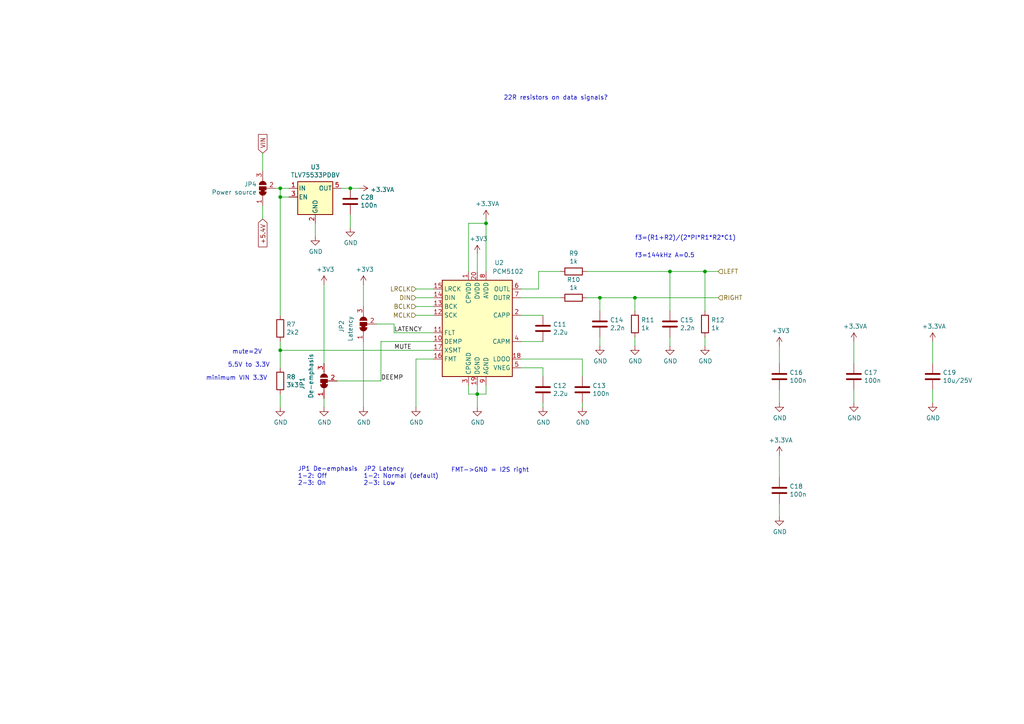
<source format=kicad_sch>
(kicad_sch (version 20211123) (generator eeschema)
  (paper "A4")
  (lib_symbols
    (symbol "Audio:PCM5102"
      (property "Reference" "U" (at -10.16 13.97 0))
      (property "Value" "PCM5102" (at 3.81 13.97 0))
      (symbol "PCM5102_0_1"
        (rectangle (start -10.16 12.7) (end 10.16 -15.24) (stroke (width 0.254)) (fill (type background)))
      )
      (symbol "PCM5102_1_1"
        (pin passive line (at -2.54 15.24 270) (length 2.54) (name "CPVDD") (number "1"))
        (pin input line (at -12.7 -5.08 0) (length 2.54) (name "DEMP") (number "10"))
        (pin input line (at -12.7 -2.54 0) (length 2.54) (name "FLT") (number "11"))
        (pin input line (at -12.7 2.54 0) (length 2.54) (name "SCK") (number "12"))
        (pin input line (at -12.7 5.08 0) (length 2.54) (name "BCK") (number "13"))
        (pin input line (at -12.7 7.62 0) (length 2.54) (name "DIN") (number "14"))
        (pin input line (at -12.7 10.16 0) (length 2.54) (name "LRCK") (number "15"))
        (pin input line (at -12.7 -10.16 0) (length 2.54) (name "FMT") (number "16"))
        (pin input line (at -12.7 -7.62 0) (length 2.54) (name "XSMT") (number "17"))
        (pin passive line (at 12.7 -10.16 180) (length 2.54) (name "LDOO") (number "18"))
        (pin power_in line (at 0 -17.78 90) (length 2.54) (name "DGND") (number "19"))
        (pin passive line (at 12.7 2.54 180) (length 2.54) (name "CAPP") (number "2"))
        (pin power_in line (at 0 15.24 270) (length 2.54) (name "DVDD") (number "20"))
        (pin power_in line (at -2.54 -17.78 90) (length 2.54) (name "CPGND") (number "3"))
        (pin passive line (at 12.7 -5.08 180) (length 2.54) (name "CAPM") (number "4"))
        (pin passive line (at 12.7 -12.7 180) (length 2.54) (name "VNEG") (number "5"))
        (pin output line (at 12.7 10.16 180) (length 2.54) (name "OUTL") (number "6"))
        (pin output line (at 12.7 7.62 180) (length 2.54) (name "OUTR") (number "7"))
        (pin power_in line (at 2.54 15.24 270) (length 2.54) (name "AVDD") (number "8"))
        (pin power_in line (at 2.54 -17.78 90) (length 2.54) (name "AGND") (number "9"))
      )
    )
    (symbol "Device:C" (pin_numbers hide) (pin_names (offset 0.254))
      (property "Reference" "C" (at 0.635 2.54 0))
      (property "Value" "C" (at 0.635 -2.54 0))
      (symbol "C_0_1"
        (polyline (pts (xy -2.032 -0.762) (xy 2.032 -0.762)) (stroke (width 0.508)))
        (polyline (pts (xy -2.032 0.762) (xy 2.032 0.762)) (stroke (width 0.508)))
      )
      (symbol "C_1_1"
        (pin passive line (at 0 3.81 270) (length 2.794) (name "~") (number "1"))
        (pin passive line (at 0 -3.81 90) (length 2.794) (name "~") (number "2"))
      )
    )
    (symbol "Device:R" (pin_numbers hide) (pin_names (offset 0))
      (property "Reference" "R" (at 2.032 0 90))
      (property "Value" "R" (at 0 0 90))
      (symbol "R_0_1"
        (rectangle (start -1.016 -2.54) (end 1.016 2.54) (stroke (width 0.254)))
      )
      (symbol "R_1_1"
        (pin passive line (at 0 3.81 270) (length 1.27) (name "~") (number "1"))
        (pin passive line (at 0 -3.81 90) (length 1.27) (name "~") (number "2"))
      )
    )
    (symbol "Jumper:SolderJumper_3_Bridged12" (pin_names (offset 0) hide)
      (property "Reference" "JP" (at -2.54 -2.54 0))
      (property "Value" "SolderJumper_3_Bridged12" (at 0 2.794 0))
      (symbol "SolderJumper_3_Bridged12_0_1"
        (rectangle (start -1.016 0.508) (end -0.508 -0.508) (fill (type outline)))
        (arc (start -1.016 1.016) (mid -2.032 0) (end -1.016 -1.016))
        (arc (start -1.016 1.016) (mid -2.032 0) (end -1.016 -1.016) (fill (type outline)))
        (rectangle (start -0.508 1.016) (end 0.508 -1.016) (fill (type outline)))
        (polyline (pts (xy -2.54 0) (xy -2.032 0)))
        (polyline (pts (xy -1.016 1.016) (xy -1.016 -1.016)))
        (polyline (pts (xy 0 -1.27) (xy 0 -1.016)))
        (polyline (pts (xy 1.016 1.016) (xy 1.016 -1.016)))
        (polyline (pts (xy 2.54 0) (xy 2.032 0)))
        (arc (start 1.016 -1.016) (mid 2.032 0) (end 1.016 1.016))
        (arc (start 1.016 -1.016) (mid 2.032 0) (end 1.016 1.016) (fill (type outline)))
      )
      (symbol "SolderJumper_3_Bridged12_1_1"
        (pin passive line (at -5.08 0 0) (length 2.54) (name "A") (number "1"))
        (pin input line (at 0 -3.81 90) (length 2.54) (name "C") (number "2"))
        (pin passive line (at 5.08 0 180) (length 2.54) (name "B") (number "3"))
      )
    )
    (symbol "Regulator_Linear:TLV75533PDBV" (pin_names (offset 0.254))
      (property "Reference" "U" (at -3.81 5.715 0))
      (property "Value" "TLV75533PDBV" (at 0 5.715 0))
      (symbol "TLV75533PDBV_0_1"
        (rectangle (start -5.08 4.445) (end 5.08 -5.08) (stroke (width 0.254)) (fill (type background)))
      )
      (symbol "TLV75533PDBV_1_1"
        (pin power_in line (at -7.62 2.54 0) (length 2.54) (name "IN") (number "1"))
        (pin power_in line (at 0 -7.62 90) (length 2.54) (name "GND") (number "2"))
        (pin input line (at -7.62 0 0) (length 2.54) (name "EN") (number "3"))
        (pin no_connect line (at 5.08 0 180) (length 2.54) hide (name "NC") (number "4"))
        (pin power_out line (at 7.62 2.54 180) (length 2.54) (name "OUT") (number "5"))
      )
    )
    (symbol "power:+3.3V" (power) (pin_names (offset 0))
      (property "Value" "+3.3V" (at 0 3.556 0))
      (symbol "+3.3V_0_1"
        (polyline (pts (xy -0.762 1.27) (xy 0 2.54)))
        (polyline (pts (xy 0 0) (xy 0 2.54)))
        (polyline (pts (xy 0 2.54) (xy 0.762 1.27)))
      )
      (symbol "+3.3V_1_1"
        (pin power_in line (at 0 0 90) (length 0) hide (name "+3V3") (number "1"))
      )
    )
    (symbol "power:+3.3VA" (power) (pin_names (offset 0))
      (property "Value" "+3.3VA" (at 0 3.556 0))
      (symbol "+3.3VA_0_1"
        (polyline (pts (xy -0.762 1.27) (xy 0 2.54)))
        (polyline (pts (xy 0 0) (xy 0 2.54)))
        (polyline (pts (xy 0 2.54) (xy 0.762 1.27)))
      )
      (symbol "+3.3VA_1_1"
        (pin power_in line (at 0 0 90) (length 0) hide (name "+3.3VA") (number "1"))
      )
    )
    (symbol "power:GND" (power) (pin_names (offset 0))
      (property "Value" "GND" (at 0 -3.81 0))
      (symbol "GND_0_1"
        (polyline (pts (xy 0 0) (xy 0 -1.27) (xy 1.27 -1.27) (xy 0 -2.54) (xy -1.27 -1.27) (xy 0 -1.27)))
      )
      (symbol "GND_1_1"
        (pin power_in line (at 0 0 270) (length 0) hide (name "GND") (number "1"))
      )
    )
  )
  (junction (at 194.31 78.74))
  (junction (at 138.43 114.3))
  (junction (at 173.99 86.36))
  (junction (at 81.28 54.61))
  (junction (at 81.28 57.15))
  (junction (at 101.6 54.61))
  (junction (at 184.15 86.36))
  (junction (at 81.28 101.6))
  (junction (at 204.47 78.74))
  (junction (at 140.97 64.77))
  (wire (pts (xy 157.48 116.84) (xy 157.48 118.11)))
  (wire (pts (xy 93.98 115.57) (xy 93.98 118.11)))
  (wire (pts (xy 170.18 78.74) (xy 194.31 78.74)))
  (wire (pts (xy 151.13 106.68) (xy 157.48 106.68)))
  (wire (pts (xy 135.89 111.76) (xy 135.89 114.3)))
  (wire (pts (xy 138.43 114.3) (xy 138.43 118.11)))
  (wire (pts (xy 81.28 101.6) (xy 81.28 99.06)))
  (wire (pts (xy 204.47 100.33) (xy 204.47 97.79)))
  (wire (pts (xy 120.65 86.36) (xy 125.73 86.36)))
  (wire (pts (xy 105.41 82.55) (xy 105.41 88.9)))
  (wire (pts (xy 99.06 54.61) (xy 101.6 54.61)))
  (wire (pts (xy 91.44 64.77) (xy 91.44 68.58)))
  (wire (pts (xy 135.89 114.3) (xy 138.43 114.3)))
  (wire (pts (xy 140.97 63.5) (xy 140.97 64.77)))
  (wire (pts (xy 173.99 100.33) (xy 173.99 97.79)))
  (wire (pts (xy 114.3 93.98) (xy 109.22 93.98)))
  (wire (pts (xy 247.65 99.06) (xy 247.65 105.41)))
  (wire (pts (xy 135.89 78.74) (xy 135.89 64.77)))
  (wire (pts (xy 76.2 63.5) (xy 76.2 59.69)))
  (wire (pts (xy 173.99 86.36) (xy 173.99 90.17)))
  (wire (pts (xy 101.6 66.04) (xy 101.6 62.23)))
  (wire (pts (xy 120.65 118.11) (xy 120.65 104.14)))
  (wire (pts (xy 120.65 83.82) (xy 125.73 83.82)))
  (wire (pts (xy 114.3 96.52) (xy 114.3 93.98)))
  (wire (pts (xy 157.48 106.68) (xy 157.48 109.22)))
  (wire (pts (xy 270.51 99.06) (xy 270.51 105.41)))
  (wire (pts (xy 110.49 110.49) (xy 97.79 110.49)))
  (wire (pts (xy 105.41 99.06) (xy 105.41 118.11)))
  (wire (pts (xy 170.18 86.36) (xy 173.99 86.36)))
  (wire (pts (xy 138.43 111.76) (xy 138.43 114.3)))
  (wire (pts (xy 135.89 64.77) (xy 140.97 64.77)))
  (wire (pts (xy 110.49 99.06) (xy 110.49 110.49)))
  (wire (pts (xy 156.21 83.82) (xy 156.21 78.74)))
  (wire (pts (xy 81.28 57.15) (xy 81.28 54.61)))
  (wire (pts (xy 81.28 101.6) (xy 125.73 101.6)))
  (wire (pts (xy 173.99 86.36) (xy 184.15 86.36)))
  (wire (pts (xy 80.01 54.61) (xy 81.28 54.61)))
  (wire (pts (xy 226.06 116.84) (xy 226.06 113.03)))
  (wire (pts (xy 151.13 83.82) (xy 156.21 83.82)))
  (wire (pts (xy 247.65 116.84) (xy 247.65 113.03)))
  (wire (pts (xy 120.65 91.44) (xy 125.73 91.44)))
  (wire (pts (xy 168.91 118.11) (xy 168.91 116.84)))
  (wire (pts (xy 226.06 132.08) (xy 226.06 138.43)))
  (wire (pts (xy 194.31 78.74) (xy 204.47 78.74)))
  (wire (pts (xy 76.2 49.53) (xy 76.2 44.45)))
  (wire (pts (xy 140.97 64.77) (xy 140.97 78.74)))
  (wire (pts (xy 138.43 114.3) (xy 140.97 114.3)))
  (wire (pts (xy 81.28 101.6) (xy 81.28 106.68)))
  (wire (pts (xy 151.13 91.44) (xy 157.48 91.44)))
  (wire (pts (xy 93.98 82.55) (xy 93.98 105.41)))
  (wire (pts (xy 83.82 57.15) (xy 81.28 57.15)))
  (wire (pts (xy 151.13 86.36) (xy 162.56 86.36)))
  (wire (pts (xy 184.15 90.17) (xy 184.15 86.36)))
  (wire (pts (xy 81.28 54.61) (xy 83.82 54.61)))
  (wire (pts (xy 81.28 91.44) (xy 81.28 57.15)))
  (wire (pts (xy 120.65 104.14) (xy 125.73 104.14)))
  (wire (pts (xy 156.21 78.74) (xy 162.56 78.74)))
  (wire (pts (xy 81.28 118.11) (xy 81.28 114.3)))
  (wire (pts (xy 226.06 149.86) (xy 226.06 146.05)))
  (wire (pts (xy 151.13 99.06) (xy 157.48 99.06)))
  (wire (pts (xy 194.31 78.74) (xy 194.31 90.17)))
  (wire (pts (xy 120.65 88.9) (xy 125.73 88.9)))
  (wire (pts (xy 125.73 96.52) (xy 114.3 96.52)))
  (wire (pts (xy 151.13 104.14) (xy 168.91 104.14)))
  (wire (pts (xy 204.47 78.74) (xy 208.28 78.74)))
  (wire (pts (xy 226.06 105.41) (xy 226.06 100.33)))
  (wire (pts (xy 194.31 100.33) (xy 194.31 97.79)))
  (wire (pts (xy 204.47 90.17) (xy 204.47 78.74)))
  (wire (pts (xy 184.15 100.33) (xy 184.15 97.79)))
  (wire (pts (xy 138.43 78.74) (xy 138.43 73.66)))
  (wire (pts (xy 140.97 114.3) (xy 140.97 111.76)))
  (wire (pts (xy 125.73 99.06) (xy 110.49 99.06)))
  (wire (pts (xy 168.91 104.14) (xy 168.91 109.22)))
  (wire (pts (xy 270.51 116.84) (xy 270.51 113.03)))
  (wire (pts (xy 184.15 86.36) (xy 208.28 86.36)))
  (wire (pts (xy 101.6 54.61) (xy 104.14 54.61)))
  (text "minimum VIN 3.3V" (at 59.69 110.49 0) (effects (font (size 1.27 1.27)) (justify left bottom)))
  (text "f3=144kHz A=0.5" (at 184.15 74.93 0) (effects (font (size 1.27 1.27)) (justify left bottom)))
  (text "mute=2V" (at 67.31 102.87 0) (effects (font (size 1.27 1.27)) (justify left bottom)))
  (text "JP1 De-emphasis\n1-2: Off\n2-3: On" (at 86.36 140.97 0) (effects (font (size 1.27 1.27)) (justify left bottom)))
  (text "5.5V to 3.3V" (at 66.04 106.68 0) (effects (font (size 1.27 1.27)) (justify left bottom)))
  (text "FMT->GND = I2S right" (at 130.81 137.16 0) (effects (font (size 1.27 1.27)) (justify left bottom)))
  (text "JP2 Latency\n1-2: Normal (default)\n2-3: Low\n" (at 105.41 140.97 0) (effects (font (size 1.27 1.27)) (justify left bottom)))
  (text "22R resistors on data signals?" (at 146.05 29.21 0) (effects (font (size 1.27 1.27)) (justify left bottom)))
  (text "f3=(R1+R2)/(2*PI*R1*R2*C1)" (at 184.15 69.85 0) (effects (font (size 1.27 1.27)) (justify left bottom)))
  (label "MUTE" (at 114.3 101.6 0))
  (label "LATENCY" (at 114.3 96.52 0))
  (label "DEEMP" (at 110.49 110.49 0))
  (global_label "+5.4V" (shape input) (at 76.2 63.5 270) (property "Intersheet References" "${INTERSHEET_REFS}" (effects hide)))
  (global_label "VIN" (shape input) (at 76.2 44.45 90) (property "Intersheet References" "${INTERSHEET_REFS}" (effects hide)))
  (hierarchical_label "RIGHT" (shape input) (at 208.28 86.36 0))
  (hierarchical_label "DIN" (shape input) (at 120.65 86.36 180))
  (hierarchical_label "LEFT" (shape input) (at 208.28 78.74 0))
  (hierarchical_label "MCLK" (shape input) (at 120.65 91.44 180))
  (hierarchical_label "LRCLK" (shape input) (at 120.65 83.82 180))
  (hierarchical_label "BCLK" (shape input) (at 120.65 88.9 180))
  (symbol (lib_id "Audio:PCM5102") (at 138.43 93.98 0) (unit 1)
    (property "Reference" "U2" (at 144.78 76.2 0))
    (property "Value" "PCM5102" (at 147.32 78.74 0))
    (property "Footprint" "Package_SO:TSSOP-20_4.4x6.5mm_P0.65mm" (effects hide))
    (property "Datasheet" "http://www.ti.com/lit/ds/symlink/pcm5102.pdf" (effects hide))
  )
  (symbol (lib_id "power:GND") (at 138.43 118.11 0) (unit 1)
    (property "Reference" "#PWR034" (effects hide))
    (property "Value" "GND" (at 138.557 122.5042 0))
  )
  (symbol (lib_id "power:+3.3V") (at 138.43 73.66 0) (unit 1)
    (property "Reference" "#PWR033" (effects hide))
    (property "Value" "+3.3V" (at 138.811 69.2658 0))
  )
  (symbol (lib_id "power:GND") (at 120.65 118.11 0) (unit 1)
    (property "Reference" "#PWR032" (effects hide))
    (property "Value" "GND" (at 120.777 122.5042 0))
  )
  (symbol (lib_id "Device:R") (at 166.37 86.36 270) (unit 1)
    (property "Reference" "R10" (at 166.37 81.1022 90))
    (property "Value" "1k" (at 166.37 83.4136 90))
    (property "Footprint" "Resistor_SMD:R_0402_1005Metric" (effects hide))
  )
  (symbol (lib_id "Device:R") (at 166.37 78.74 270) (unit 1)
    (property "Reference" "R9" (at 166.37 73.4822 90))
    (property "Value" "1k" (at 166.37 75.7936 90))
    (property "Footprint" "Resistor_SMD:R_0402_1005Metric" (effects hide))
  )
  (symbol (lib_id "Device:C") (at 173.99 93.98 0) (unit 1)
    (property "Reference" "C14" (at 176.911 92.8116 0) (effects (justify left)))
    (property "Value" "2.2n" (at 176.911 95.123 0) (effects (justify left)))
    (property "Footprint" "Capacitor_SMD:C_0402_1005Metric" (effects hide))
  )
  (symbol (lib_id "Device:C") (at 194.31 93.98 0) (unit 1)
    (property "Reference" "C15" (at 197.231 92.8116 0) (effects (justify left)))
    (property "Value" "2.2n" (at 197.231 95.123 0) (effects (justify left)))
    (property "Footprint" "Capacitor_SMD:C_0402_1005Metric" (effects hide))
  )
  (symbol (lib_id "Device:C") (at 157.48 95.25 0) (unit 1)
    (property "Reference" "C11" (at 160.401 94.0816 0) (effects (justify left)))
    (property "Value" "2.2u" (at 160.401 96.393 0) (effects (justify left)))
    (property "Footprint" "Capacitor_SMD:C_0805_2012Metric" (effects hide))
  )
  (symbol (lib_id "Device:C") (at 157.48 113.03 0) (unit 1)
    (property "Reference" "C12" (at 160.401 111.8616 0) (effects (justify left)))
    (property "Value" "2.2u" (at 160.401 114.173 0) (effects (justify left)))
    (property "Footprint" "Capacitor_SMD:C_0805_2012Metric" (effects hide))
  )
  (symbol (lib_id "power:GND") (at 157.48 118.11 0) (unit 1)
    (property "Reference" "#PWR035" (effects hide))
    (property "Value" "GND" (at 157.607 122.5042 0))
  )
  (symbol (lib_id "Device:C") (at 168.91 113.03 0) (unit 1)
    (property "Reference" "C13" (at 171.831 111.8616 0) (effects (justify left)))
    (property "Value" "100n" (at 171.831 114.173 0) (effects (justify left)))
    (property "Footprint" "Capacitor_SMD:C_0402_1005Metric" (effects hide))
  )
  (symbol (lib_id "Device:C") (at 226.06 109.22 0) (unit 1)
    (property "Reference" "C16" (at 228.981 108.0516 0) (effects (justify left)))
    (property "Value" "100n" (at 228.981 110.363 0) (effects (justify left)))
    (property "Footprint" "Capacitor_SMD:C_0402_1005Metric" (effects hide))
  )
  (symbol (lib_id "Device:C") (at 247.65 109.22 0) (unit 1)
    (property "Reference" "C17" (at 250.571 108.0516 0) (effects (justify left)))
    (property "Value" "100n" (at 250.571 110.363 0) (effects (justify left)))
    (property "Footprint" "Capacitor_SMD:C_0402_1005Metric" (effects hide))
  )
  (symbol (lib_id "Device:C") (at 226.06 142.24 0) (unit 1)
    (property "Reference" "C18" (at 228.981 141.0716 0) (effects (justify left)))
    (property "Value" "100n" (at 228.981 143.383 0) (effects (justify left)))
    (property "Footprint" "Capacitor_SMD:C_0402_1005Metric" (effects hide))
  )
  (symbol (lib_id "power:GND") (at 168.91 118.11 0) (unit 1)
    (property "Reference" "#PWR036" (effects hide))
    (property "Value" "GND" (at 169.037 122.5042 0))
  )
  (symbol (lib_id "power:+3.3V") (at 226.06 100.33 0) (unit 1)
    (property "Reference" "#PWR041" (effects hide))
    (property "Value" "+3.3V" (at 226.441 95.9358 0))
  )
  (symbol (lib_id "power:GND") (at 226.06 116.84 0) (unit 1)
    (property "Reference" "#PWR042" (effects hide))
    (property "Value" "GND" (at 226.187 121.2342 0))
  )
  (symbol (lib_id "power:GND") (at 247.65 116.84 0) (unit 1)
    (property "Reference" "#PWR044" (effects hide))
    (property "Value" "GND" (at 247.777 121.2342 0))
  )
  (symbol (lib_id "power:GND") (at 226.06 149.86 0) (unit 1)
    (property "Reference" "#PWR046" (effects hide))
    (property "Value" "GND" (at 226.187 154.2542 0))
  )
  (symbol (lib_id "power:GND") (at 173.99 100.33 0) (unit 1)
    (property "Reference" "#PWR037" (effects hide))
    (property "Value" "GND" (at 174.117 104.7242 0))
  )
  (symbol (lib_id "power:GND") (at 194.31 100.33 0) (unit 1)
    (property "Reference" "#PWR039" (effects hide))
    (property "Value" "GND" (at 194.437 104.7242 0))
  )
  (symbol (lib_id "Device:R") (at 184.15 93.98 0) (unit 1)
    (property "Reference" "R11" (at 185.928 92.8116 0) (effects (justify left)))
    (property "Value" "1k" (at 185.928 95.123 0) (effects (justify left)))
    (property "Footprint" "Resistor_SMD:R_0402_1005Metric" (effects hide))
  )
  (symbol (lib_id "Device:R") (at 204.47 93.98 0) (unit 1)
    (property "Reference" "R12" (at 206.248 92.8116 0) (effects (justify left)))
    (property "Value" "1k" (at 206.248 95.123 0) (effects (justify left)))
    (property "Footprint" "Resistor_SMD:R_0402_1005Metric" (effects hide))
  )
  (symbol (lib_id "power:GND") (at 184.15 100.33 0) (unit 1)
    (property "Reference" "#PWR038" (effects hide))
    (property "Value" "GND" (at 184.277 104.7242 0))
  )
  (symbol (lib_id "power:GND") (at 204.47 100.33 0) (unit 1)
    (property "Reference" "#PWR040" (effects hide))
    (property "Value" "GND" (at 204.597 104.7242 0))
  )
  (symbol (lib_id "Device:C") (at 270.51 109.22 0) (unit 1)
    (property "Reference" "C19" (at 273.431 108.0516 0) (effects (justify left)))
    (property "Value" "10u/25V" (at 273.431 110.363 0) (effects (justify left)))
    (property "Footprint" "Capacitor_SMD:C_0805_2012Metric" (effects hide))
    (property "PN" "TMK212BBJ106MG-T" (effects hide))
  )
  (symbol (lib_id "power:GND") (at 270.51 116.84 0) (unit 1)
    (property "Reference" "#PWR048" (effects hide))
    (property "Value" "GND" (at 270.637 121.2342 0))
  )
  (symbol (lib_id "power:+3.3VA") (at 140.97 63.5 0) (unit 1)
    (property "Reference" "#PWR045" (effects hide))
    (property "Value" "+3.3VA" (at 141.351 59.1058 0))
  )
  (symbol (lib_id "power:+3.3VA") (at 270.51 99.06 0) (unit 1)
    (property "Reference" "#PWR080" (effects hide))
    (property "Value" "+3.3VA" (at 270.891 94.6658 0))
  )
  (symbol (lib_id "power:+3.3VA") (at 226.06 132.08 0) (unit 1)
    (property "Reference" "#PWR078" (effects hide))
    (property "Value" "+3.3VA" (at 226.441 127.6858 0))
  )
  (symbol (lib_id "Device:R") (at 81.28 110.49 0) (unit 1)
    (property "Reference" "R8" (at 83.058 109.3216 0) (effects (justify left)))
    (property "Value" "3k3" (at 83.058 111.633 0) (effects (justify left)))
    (property "Footprint" "Resistor_SMD:R_0402_1005Metric" (effects hide))
  )
  (symbol (lib_id "Device:R") (at 81.28 95.25 0) (unit 1)
    (property "Reference" "R7" (at 83.058 94.0816 0) (effects (justify left)))
    (property "Value" "2k2" (at 83.058 96.393 0) (effects (justify left)))
    (property "Footprint" "Resistor_SMD:R_0402_1005Metric" (effects hide))
  )
  (symbol (lib_id "power:GND") (at 81.28 118.11 0) (unit 1)
    (property "Reference" "#PWR027" (effects hide))
    (property "Value" "GND" (at 81.407 122.5042 0))
  )
  (symbol (lib_id "power:GND") (at 91.44 68.58 0) (unit 1)
    (property "Reference" "#PWR047" (effects hide))
    (property "Value" "GND" (at 91.567 72.9742 0))
  )
  (symbol (lib_id "power:+3.3VA") (at 104.14 54.61 270) (unit 1)
    (property "Reference" "#PWR079" (effects hide))
    (property "Value" "+3.3VA" (at 107.3912 54.991 90) (effects (justify left)))
  )
  (symbol (lib_id "power:+3.3V") (at 93.98 82.55 0) (unit 1)
    (property "Reference" "#PWR028" (effects hide))
    (property "Value" "+3.3V" (at 94.361 78.1558 0))
  )
  (symbol (lib_id "power:+3.3V") (at 105.41 82.55 0) (unit 1)
    (property "Reference" "#PWR030" (effects hide))
    (property "Value" "+3.3V" (at 105.791 78.1558 0))
  )
  (symbol (lib_id "power:GND") (at 93.98 118.11 0) (unit 1)
    (property "Reference" "#PWR029" (effects hide))
    (property "Value" "GND" (at 94.107 122.5042 0))
  )
  (symbol (lib_id "power:GND") (at 105.41 118.11 0) (unit 1)
    (property "Reference" "#PWR031" (effects hide))
    (property "Value" "GND" (at 105.537 122.5042 0))
  )
  (symbol (lib_id "power:+3.3VA") (at 247.65 99.06 0) (unit 1)
    (property "Reference" "#PWR0104" (effects hide))
    (property "Value" "+3.3VA" (at 248.031 94.6658 0))
  )
  (symbol (lib_id "Jumper:SolderJumper_3_Bridged12") (at 76.2 54.61 90) (unit 1)
    (property "Reference" "JP4" (at 74.4728 53.4416 90) (effects (justify left)))
    (property "Value" "Power source" (at 74.4728 55.753 90) (effects (justify left)))
    (property "Footprint" "Jumper:SolderJumper-3_P1.3mm_Bridged12_Pad1.0x1.5mm" (effects hide))
  )
  (symbol (lib_id "Jumper:SolderJumper_3_Bridged12") (at 105.41 93.98 90) (unit 1)
    (property "Reference" "JP2" (at 99.06 96.52 0) (effects (justify left)))
    (property "Value" "Latency" (at 101.6 99.06 0) (effects (justify left)))
    (property "Footprint" "Jumper:SolderJumper-3_P1.3mm_Bridged12_Pad1.0x1.5mm" (effects hide))
  )
  (symbol (lib_id "Jumper:SolderJumper_3_Bridged12") (at 93.98 110.49 90) (unit 1)
    (property "Reference" "JP1" (at 87.63 113.03 0) (effects (justify left)))
    (property "Value" "De-emphasis" (at 90.17 115.57 0) (effects (justify left)))
    (property "Footprint" "Jumper:SolderJumper-3_P1.3mm_Bridged12_Pad1.0x1.5mm" (effects hide))
  )
  (symbol (lib_id "Device:C") (at 101.6 58.42 0) (unit 1)
    (property "Reference" "C28" (at 104.521 57.2516 0) (effects (justify left)))
    (property "Value" "100n" (at 104.521 59.563 0) (effects (justify left)))
    (property "Footprint" "Capacitor_SMD:C_0402_1005Metric" (effects hide))
  )
  (symbol (lib_id "power:GND") (at 101.6 66.04 0) (unit 1)
    (property "Reference" "#PWR043" (effects hide))
    (property "Value" "GND" (at 101.727 70.4342 0))
  )
  (symbol (lib_id "Regulator_Linear:TLV75533PDBV") (at 91.44 57.15 0) (unit 1)
    (property "Reference" "U3" (at 91.44 48.4632 0))
    (property "Value" "TLV75533PDBV" (at 91.44 50.7746 0))
    (property "Footprint" "Package_TO_SOT_SMD:SOT-23-5" (effects hide))
    (property "Datasheet" "http://www.ti.com/lit/ds/symlink/tlv755p.pdf" (effects hide))
  )
)
</source>
